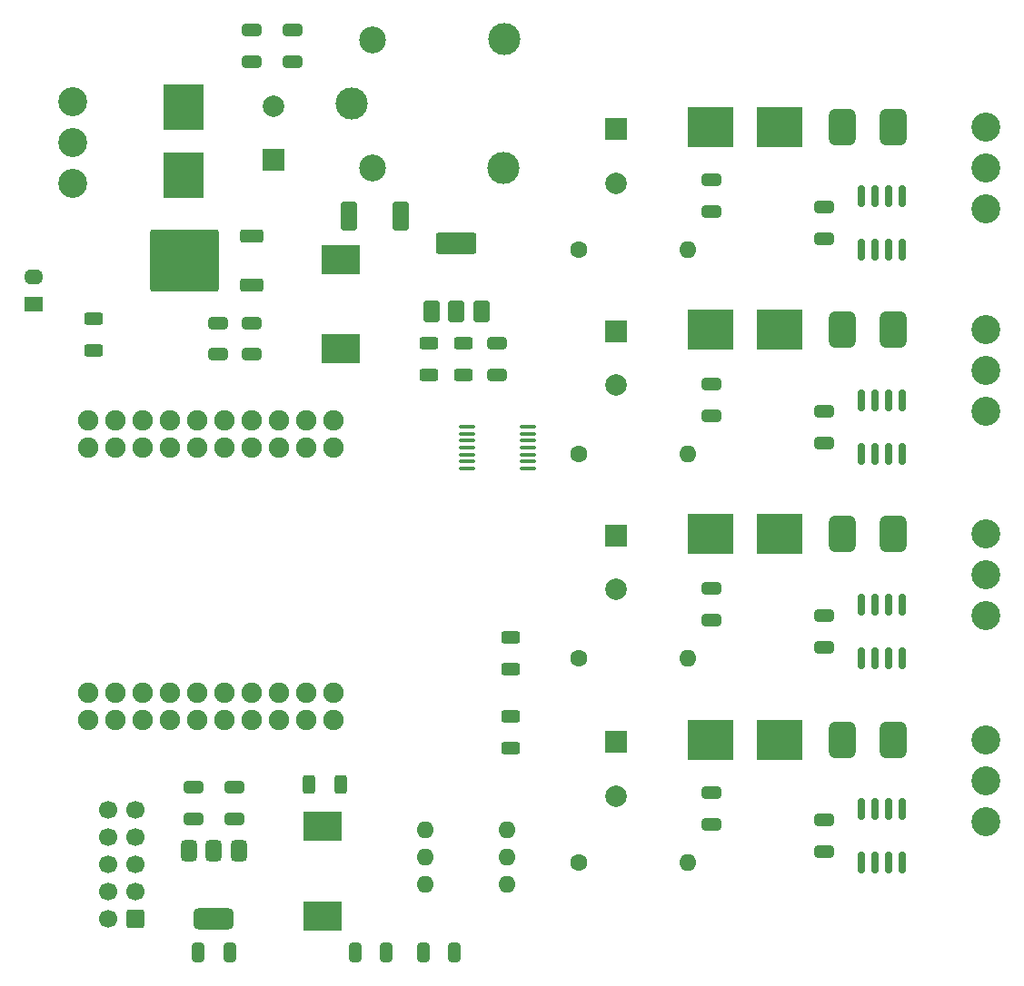
<source format=gbr>
%TF.GenerationSoftware,KiCad,Pcbnew,8.0.8*%
%TF.CreationDate,2025-02-03T17:34:09+01:00*%
%TF.ProjectId,WLEDController,574c4544-436f-46e7-9472-6f6c6c65722e,V1.0*%
%TF.SameCoordinates,Original*%
%TF.FileFunction,Soldermask,Top*%
%TF.FilePolarity,Negative*%
%FSLAX46Y46*%
G04 Gerber Fmt 4.6, Leading zero omitted, Abs format (unit mm)*
G04 Created by KiCad (PCBNEW 8.0.8) date 2025-02-03 17:34:09*
%MOMM*%
%LPD*%
G01*
G04 APERTURE LIST*
G04 Aperture macros list*
%AMRoundRect*
0 Rectangle with rounded corners*
0 $1 Rounding radius*
0 $2 $3 $4 $5 $6 $7 $8 $9 X,Y pos of 4 corners*
0 Add a 4 corners polygon primitive as box body*
4,1,4,$2,$3,$4,$5,$6,$7,$8,$9,$2,$3,0*
0 Add four circle primitives for the rounded corners*
1,1,$1+$1,$2,$3*
1,1,$1+$1,$4,$5*
1,1,$1+$1,$6,$7*
1,1,$1+$1,$8,$9*
0 Add four rect primitives between the rounded corners*
20,1,$1+$1,$2,$3,$4,$5,0*
20,1,$1+$1,$4,$5,$6,$7,0*
20,1,$1+$1,$6,$7,$8,$9,0*
20,1,$1+$1,$8,$9,$2,$3,0*%
G04 Aperture macros list end*
%ADD10RoundRect,0.250000X0.600000X0.600000X-0.600000X0.600000X-0.600000X-0.600000X0.600000X-0.600000X0*%
%ADD11C,1.700000*%
%ADD12C,2.700000*%
%ADD13C,3.000000*%
%ADD14C,2.500000*%
%ADD15RoundRect,0.250000X-0.650000X0.325000X-0.650000X-0.325000X0.650000X-0.325000X0.650000X0.325000X0*%
%ADD16RoundRect,0.375000X-0.375000X0.625000X-0.375000X-0.625000X0.375000X-0.625000X0.375000X0.625000X0*%
%ADD17RoundRect,0.500000X-1.400000X0.500000X-1.400000X-0.500000X1.400000X-0.500000X1.400000X0.500000X0*%
%ADD18R,2.000000X2.000000*%
%ADD19C,2.000000*%
%ADD20RoundRect,0.100000X-0.637500X-0.100000X0.637500X-0.100000X0.637500X0.100000X-0.637500X0.100000X0*%
%ADD21R,3.600000X2.700000*%
%ADD22C,1.600000*%
%ADD23O,1.600000X1.600000*%
%ADD24RoundRect,0.510205X0.739795X1.164795X-0.739795X1.164795X-0.739795X-1.164795X0.739795X-1.164795X0*%
%ADD25RoundRect,0.150000X0.150000X-0.825000X0.150000X0.825000X-0.150000X0.825000X-0.150000X-0.825000X0*%
%ADD26RoundRect,0.250000X0.625000X-0.312500X0.625000X0.312500X-0.625000X0.312500X-0.625000X-0.312500X0*%
%ADD27RoundRect,0.250000X0.850000X0.350000X-0.850000X0.350000X-0.850000X-0.350000X0.850000X-0.350000X0*%
%ADD28RoundRect,0.250000X2.950000X2.650000X-2.950000X2.650000X-2.950000X-2.650000X2.950000X-2.650000X0*%
%ADD29RoundRect,0.250000X0.650000X-0.325000X0.650000X0.325000X-0.650000X0.325000X-0.650000X-0.325000X0*%
%ADD30R,4.240000X3.810000*%
%ADD31R,1.800000X1.400000*%
%ADD32O,1.800000X1.400000*%
%ADD33RoundRect,0.250000X-0.625000X0.312500X-0.625000X-0.312500X0.625000X-0.312500X0.625000X0.312500X0*%
%ADD34RoundRect,0.250000X0.500000X-0.750000X0.500000X0.750000X-0.500000X0.750000X-0.500000X-0.750000X0*%
%ADD35RoundRect,0.250000X1.650000X-0.750000X1.650000X0.750000X-1.650000X0.750000X-1.650000X-0.750000X0*%
%ADD36RoundRect,0.250000X-0.312500X-0.625000X0.312500X-0.625000X0.312500X0.625000X-0.312500X0.625000X0*%
%ADD37RoundRect,0.250000X0.325000X0.650000X-0.325000X0.650000X-0.325000X-0.650000X0.325000X-0.650000X0*%
%ADD38RoundRect,0.250000X-0.325000X-0.650000X0.325000X-0.650000X0.325000X0.650000X-0.325000X0.650000X0*%
%ADD39C,1.900000*%
%ADD40RoundRect,0.250000X-0.500000X-1.100000X0.500000X-1.100000X0.500000X1.100000X-0.500000X1.100000X0*%
%ADD41R,3.810000X4.240000*%
G04 APERTURE END LIST*
D10*
%TO.C,J2*%
X107397500Y-136980000D03*
D11*
X104857500Y-136980000D03*
X107397500Y-134440000D03*
X104857500Y-134440000D03*
X107397500Y-131900000D03*
X104857500Y-131900000D03*
X107397500Y-129360000D03*
X104857500Y-129360000D03*
X107397500Y-126820000D03*
X104857500Y-126820000D03*
%TD*%
D12*
%TO.C,J1*%
X101550000Y-68410000D03*
X101550000Y-64600000D03*
X101550000Y-60790000D03*
%TD*%
D13*
%TO.C,K1*%
X127580000Y-60990000D03*
D14*
X129530000Y-67040000D03*
D13*
X141730000Y-67040000D03*
X141780000Y-54990000D03*
D14*
X129530000Y-55040000D03*
%TD*%
D15*
%TO.C,C11*%
X141160000Y-83345000D03*
X141160000Y-86295000D03*
%TD*%
D16*
%TO.C,U1*%
X117040000Y-130695000D03*
X114740000Y-130695000D03*
D17*
X114740000Y-136995000D03*
D16*
X112440000Y-130695000D03*
%TD*%
D18*
%TO.C,C18*%
X152175000Y-101297323D03*
D19*
X152175000Y-106297323D03*
%TD*%
D15*
%TO.C,C14*%
X161065000Y-106205000D03*
X161065000Y-109155000D03*
%TD*%
D20*
%TO.C,U4*%
X138297500Y-91125000D03*
X138297500Y-91775000D03*
X138297500Y-92425000D03*
X138297500Y-93075000D03*
X138297500Y-93725000D03*
X138297500Y-94375000D03*
X138297500Y-95025000D03*
X144022500Y-95025000D03*
X144022500Y-94375000D03*
X144022500Y-93725000D03*
X144022500Y-93075000D03*
X144022500Y-92425000D03*
X144022500Y-91775000D03*
X144022500Y-91125000D03*
%TD*%
D18*
%TO.C,C16*%
X152175000Y-63402323D03*
D19*
X152175000Y-68402323D03*
%TD*%
D21*
%TO.C,L2*%
X126555000Y-75590000D03*
X126555000Y-83890000D03*
%TD*%
D22*
%TO.C,R7*%
X148780000Y-74660000D03*
D23*
X158940000Y-74660000D03*
%TD*%
D22*
%TO.C,R10*%
X148780000Y-131810000D03*
D23*
X158940000Y-131810000D03*
%TD*%
D24*
%TO.C,R12*%
X178070000Y-82075000D03*
X173270000Y-82075000D03*
%TD*%
D25*
%TO.C,U7*%
X175035000Y-112695000D03*
X176305000Y-112695000D03*
X177575000Y-112695000D03*
X178845000Y-112695000D03*
X178845000Y-107745000D03*
X177575000Y-107745000D03*
X176305000Y-107745000D03*
X175035000Y-107745000D03*
%TD*%
D26*
%TO.C,R2*%
X142430000Y-121080500D03*
X142430000Y-118155500D03*
%TD*%
D27*
%TO.C,Q1*%
X118300000Y-77950000D03*
D28*
X112000000Y-75670000D03*
D27*
X118300000Y-73390000D03*
%TD*%
D18*
%TO.C,C17*%
X152175000Y-82247323D03*
D19*
X152175000Y-87247323D03*
%TD*%
D29*
%TO.C,C10*%
X115125000Y-84390000D03*
X115125000Y-81440000D03*
%TD*%
D12*
%TO.C,J6*%
X186650000Y-120380000D03*
X186650000Y-124190000D03*
X186650000Y-128000000D03*
%TD*%
D30*
%TO.C,F3*%
X161055000Y-82075000D03*
X167425000Y-82075000D03*
%TD*%
D12*
%TO.C,J3*%
X186650000Y-63230000D03*
X186650000Y-67040000D03*
X186650000Y-70850000D03*
%TD*%
D15*
%TO.C,C15*%
X161065000Y-125255000D03*
X161065000Y-128205000D03*
%TD*%
D31*
%TO.C,D1*%
X97980000Y-79740000D03*
D32*
X97980000Y-77200000D03*
%TD*%
D15*
%TO.C,C22*%
X171640000Y-108745000D03*
X171640000Y-111695000D03*
%TD*%
D33*
%TO.C,R6*%
X134810000Y-83357500D03*
X134810000Y-86282500D03*
%TD*%
D26*
%TO.C,R5*%
X137985000Y-86282500D03*
X137985000Y-83357500D03*
%TD*%
D21*
%TO.C,L1*%
X124900000Y-128425000D03*
X124900000Y-136725000D03*
%TD*%
D15*
%TO.C,C12*%
X161065000Y-68105000D03*
X161065000Y-71055000D03*
%TD*%
D30*
%TO.C,F5*%
X161055000Y-120380000D03*
X167425000Y-120380000D03*
%TD*%
D34*
%TO.C,Q2*%
X135050000Y-80350000D03*
D35*
X137350000Y-74050000D03*
D34*
X137350000Y-80350000D03*
X139650000Y-80350000D03*
%TD*%
D29*
%TO.C,C2*%
X118300000Y-57085000D03*
X118300000Y-54135000D03*
%TD*%
D30*
%TO.C,F4*%
X161055000Y-101125000D03*
X167425000Y-101125000D03*
%TD*%
D22*
%TO.C,R9*%
X148780000Y-112760000D03*
D23*
X158940000Y-112760000D03*
%TD*%
D29*
%TO.C,C9*%
X118300000Y-84390000D03*
X118300000Y-81440000D03*
%TD*%
D36*
%TO.C,R4*%
X123632500Y-124460000D03*
X126557500Y-124460000D03*
%TD*%
D29*
%TO.C,C5*%
X112835000Y-127700000D03*
X112835000Y-124750000D03*
%TD*%
D37*
%TO.C,C7*%
X130820000Y-140195000D03*
X127870000Y-140195000D03*
%TD*%
D23*
%TO.C,U2*%
X134425000Y-128765000D03*
X134425000Y-131305000D03*
X134425000Y-133845000D03*
X142045000Y-133845000D03*
X142045000Y-131305000D03*
X142045000Y-128765000D03*
%TD*%
D38*
%TO.C,C8*%
X134220000Y-140195000D03*
X137170000Y-140195000D03*
%TD*%
D26*
%TO.C,R3*%
X103505000Y-84012500D03*
X103505000Y-81087500D03*
%TD*%
D15*
%TO.C,C20*%
X171640000Y-70645000D03*
X171640000Y-73595000D03*
%TD*%
D29*
%TO.C,C3*%
X122110000Y-57085000D03*
X122110000Y-54135000D03*
%TD*%
D25*
%TO.C,U6*%
X175035000Y-93645000D03*
X176305000Y-93645000D03*
X177575000Y-93645000D03*
X178845000Y-93645000D03*
X178845000Y-88695000D03*
X177575000Y-88695000D03*
X176305000Y-88695000D03*
X175035000Y-88695000D03*
%TD*%
D15*
%TO.C,C13*%
X161065000Y-87155000D03*
X161065000Y-90105000D03*
%TD*%
D24*
%TO.C,R13*%
X178070000Y-101125000D03*
X173270000Y-101125000D03*
%TD*%
%TO.C,R11*%
X178070000Y-63230000D03*
X173270000Y-63230000D03*
%TD*%
D39*
%TO.C,U3*%
X125920000Y-90535000D03*
X125920000Y-93075000D03*
X123380000Y-90535000D03*
X123380000Y-93075000D03*
X120840000Y-90535000D03*
X120840000Y-93075000D03*
X118300000Y-90535000D03*
X118300000Y-93075000D03*
X115760000Y-90535000D03*
X115760000Y-93075000D03*
X113220000Y-90535000D03*
X113220000Y-93075000D03*
X110680000Y-90535000D03*
X110680000Y-93075000D03*
X108140000Y-90535000D03*
X108140000Y-93075000D03*
X105600000Y-90535000D03*
X105600000Y-93075000D03*
X103060000Y-90535000D03*
X103060000Y-93075000D03*
X125920000Y-115935000D03*
X125920000Y-118475000D03*
X123380000Y-115935000D03*
X123380000Y-118475000D03*
X120840000Y-115935000D03*
X120840000Y-118475000D03*
X118300000Y-115935000D03*
X118300000Y-118475000D03*
X115760000Y-115935000D03*
X115760000Y-118475000D03*
X113220000Y-115935000D03*
X113220000Y-118475000D03*
X110680000Y-115935000D03*
X110680000Y-118475000D03*
X108140000Y-115935000D03*
X108140000Y-118475000D03*
X105600000Y-115935000D03*
X105600000Y-118475000D03*
X103060000Y-115935000D03*
X103060000Y-118475000D03*
%TD*%
D22*
%TO.C,R8*%
X148780000Y-93710000D03*
D23*
X158940000Y-93710000D03*
%TD*%
D24*
%TO.C,R14*%
X178070000Y-120380000D03*
X173270000Y-120380000D03*
%TD*%
D18*
%TO.C,C6*%
X120332000Y-66232677D03*
D19*
X120332000Y-61232677D03*
%TD*%
D40*
%TO.C,D2*%
X127330000Y-71485000D03*
X132130000Y-71485000D03*
%TD*%
D38*
%TO.C,C1*%
X113265000Y-140195000D03*
X116215000Y-140195000D03*
%TD*%
D25*
%TO.C,U8*%
X175035000Y-131745000D03*
X176305000Y-131745000D03*
X177575000Y-131745000D03*
X178845000Y-131745000D03*
X178845000Y-126795000D03*
X177575000Y-126795000D03*
X176305000Y-126795000D03*
X175035000Y-126795000D03*
%TD*%
D15*
%TO.C,C23*%
X171640000Y-127795000D03*
X171640000Y-130745000D03*
%TD*%
D12*
%TO.C,J5*%
X186650000Y-101125000D03*
X186650000Y-104935000D03*
X186650000Y-108745000D03*
%TD*%
D15*
%TO.C,C21*%
X171640000Y-89695000D03*
X171640000Y-92645000D03*
%TD*%
D25*
%TO.C,U5*%
X175035000Y-74595000D03*
X176305000Y-74595000D03*
X177575000Y-74595000D03*
X178845000Y-74595000D03*
X178845000Y-69645000D03*
X177575000Y-69645000D03*
X176305000Y-69645000D03*
X175035000Y-69645000D03*
%TD*%
D29*
%TO.C,C4*%
X116645000Y-127700000D03*
X116645000Y-124750000D03*
%TD*%
D12*
%TO.C,J4*%
X186650000Y-82095000D03*
X186650000Y-85905000D03*
X186650000Y-89715000D03*
%TD*%
D18*
%TO.C,C19*%
X152175000Y-120552323D03*
D19*
X152175000Y-125552323D03*
%TD*%
D41*
%TO.C,F1*%
X111950000Y-61315000D03*
X111950000Y-67685000D03*
%TD*%
D33*
%TO.C,R1*%
X142430000Y-110789500D03*
X142430000Y-113714500D03*
%TD*%
D30*
%TO.C,F2*%
X161055000Y-63230000D03*
X167425000Y-63230000D03*
%TD*%
M02*

</source>
